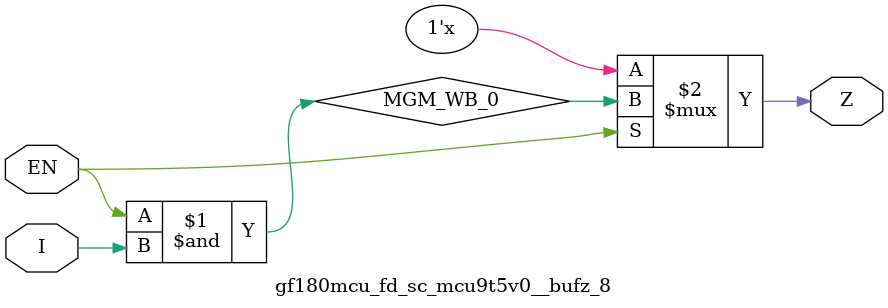
<source format=v>

module gf180mcu_fd_sc_mcu9t5v0__bufz_8( EN, I, Z );
input EN, I;
output Z;

	wire MGM_WB_0;

	wire MGM_WB_1;

	and MGM_BG_0( MGM_WB_0, EN, I );

	not MGM_BG_1( MGM_WB_1, EN );

	bufif0 MGM_BG_2( Z, MGM_WB_0,MGM_WB_1 );

endmodule

</source>
